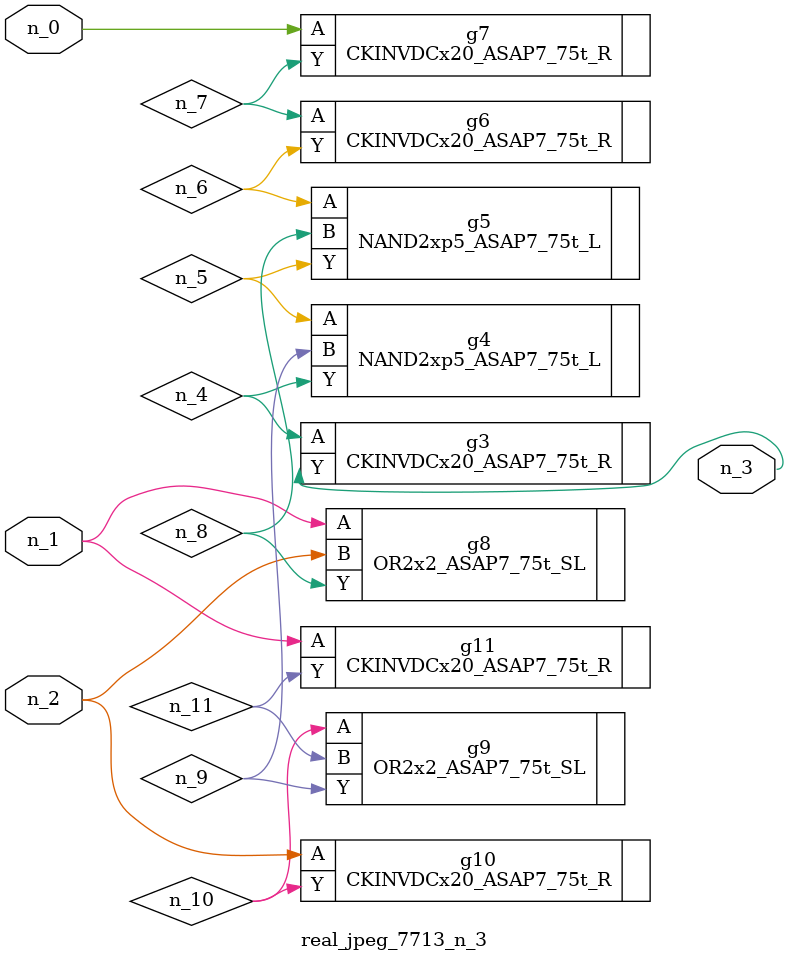
<source format=v>
module real_jpeg_7713_n_3 (n_1, n_0, n_2, n_3);

input n_1;
input n_0;
input n_2;

output n_3;

wire n_5;
wire n_4;
wire n_8;
wire n_11;
wire n_6;
wire n_7;
wire n_10;
wire n_9;

CKINVDCx20_ASAP7_75t_R g7 ( 
.A(n_0),
.Y(n_7)
);

OR2x2_ASAP7_75t_SL g8 ( 
.A(n_1),
.B(n_2),
.Y(n_8)
);

CKINVDCx20_ASAP7_75t_R g11 ( 
.A(n_1),
.Y(n_11)
);

CKINVDCx20_ASAP7_75t_R g10 ( 
.A(n_2),
.Y(n_10)
);

CKINVDCx20_ASAP7_75t_R g3 ( 
.A(n_4),
.Y(n_3)
);

NAND2xp5_ASAP7_75t_L g4 ( 
.A(n_5),
.B(n_9),
.Y(n_4)
);

NAND2xp5_ASAP7_75t_L g5 ( 
.A(n_6),
.B(n_8),
.Y(n_5)
);

CKINVDCx20_ASAP7_75t_R g6 ( 
.A(n_7),
.Y(n_6)
);

OR2x2_ASAP7_75t_SL g9 ( 
.A(n_10),
.B(n_11),
.Y(n_9)
);


endmodule
</source>
